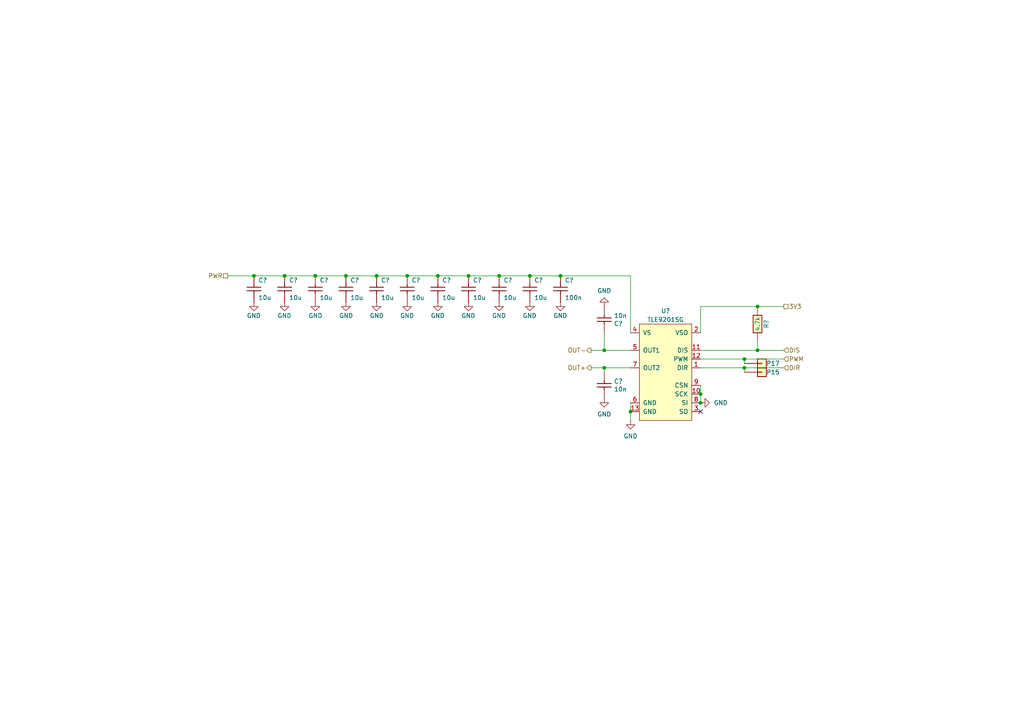
<source format=kicad_sch>
(kicad_sch (version 20250114) (generator "eeschema") (generator_version "9.0")
  (paper "A4")
  (title_block (title "UA4EFI") (date "2025-04-30") (rev "A"))
  (lib_symbols
    (symbol "chips:TLE9201SG" (pin_names (offset 1.016))
      (property "Reference" "U" (at -1.27 3.81 0))
      (property "Value" "TLE9201SG" (at 2.54 1.27 0))
      (symbol "TLE9201SG_0_1"
        (rectangle (start -2.54 0) (end 12.7 -27.94) (fill (type background)))
      )
      (symbol "TLE9201SG_1_1"
        (pin passive line (at -5.08 -2.54 0) (length 2.54) (name "VSO") (number "2"))
        (pin passive line (at -5.08 -7.62 0) (length 2.54) (name "DIS") (number "11"))
        (pin passive line (at -5.08 -10.16 0) (length 2.54) (name "PWM") (number "12"))
        (pin passive line (at -5.08 -12.7 0) (length 2.54) (name "DIR") (number "1"))
        (pin passive line (at -5.08 -17.78 0) (length 2.54) (name "CSN") (number "9"))
        (pin passive line (at -5.08 -20.32 0) (length 2.54) (name "SCK") (number "10"))
        (pin passive line (at -5.08 -22.86 0) (length 2.54) (name "SI") (number "8"))
        (pin passive line (at -5.08 -25.4 0) (length 2.54) (name "SO") (number "3"))
        (pin passive line (at 15.24 -2.54 180) (length 2.54) (name "VS") (number "4"))
        (pin passive line (at 15.24 -7.62 180) (length 2.54) (name "OUT1") (number "5"))
        (pin passive line (at 15.24 -12.7 180) (length 2.54) (name "OUT2") (number "7"))
        (pin passive line (at 15.24 -22.86 180) (length 2.54) (name "GND") (number "6"))
        (pin passive line (at 15.24 -25.4 180) (length 2.54) (name "GND") (number "13"))
      )
    )
    (symbol "hellen-one-common:Cap" (pin_numbers (hide yes))
      (property "Reference" "C" (at -3.81 2.54 0))
      (property "Value" "Cap" (at -2.54 -1.27 0))
      (symbol "Cap_1_0"
        (polyline (pts (xy -1.27 0) (xy -0.508 0)) (stroke (width 0.254)))
        (polyline (pts (xy -0.508 -2.032) (xy -0.508 2.032)) (stroke (width 0.254)))
        (polyline (pts (xy 0.508 2.032) (xy 0.508 -2.032)) (stroke (width 0.254)))
        (polyline (pts (xy 1.27 0) (xy 0.508 0)) (stroke (width 0.254)))
        (pin passive line (at -3.81 0 0) (length 2.54) (name "") (number "1"))
        (pin passive line (at 3.81 0 180) (length 2.54) (name "") (number "2"))
      )
    )
    (symbol "hellen-one-common:Pad" (pin_numbers (hide yes)) (pin_names (offset 1.016) (hide yes))
      (property "Reference" "P" (at 2.54 0 0))
      (symbol "Pad_1_1"
        (rectangle (start -1.27 1.27) (end 1.27 -1.27) (stroke (width 0.254)) (fill (type background)))
        (rectangle (start -1.27 0.127) (end 0 -0.127) (stroke (width 0.1524)))
        (pin passive line (at -5.08 0 0) (length 3.81) (name "Pin_1") (number "1"))
      )
    )
    (symbol "hellen-one-common:Res" (pin_numbers (hide yes))
      (property "Reference" "R" (at 3.81 2.54 0))
      (property "Value" "Res" (at 5.08 -2.54 0))
      (symbol "Res_1_0"
        (rectangle (start 2.54 -1.27) (end 7.62 1.27) (stroke (width 0.254)) (fill (type background)))
        (pin passive line (at 0 0 0) (length 2.54) (name "") (number "1"))
        (pin passive line (at 10.16 0 180) (length 2.54) (name "") (number "2"))
      )
    )
    (symbol "power:GND" (power) (pin_numbers (hide yes)) (pin_names (offset 0) (hide yes))
      (property "Value" "GND" (at 0 -3.81 0))
      (symbol "GND_0_1"
        (polyline (pts (xy 0 0) (xy 0 -1.27) (xy 1.27 -1.27) (xy 0 -2.54) (xy -1.27 -1.27) (xy 0 -1.27)))
      )
      (symbol "GND_1_1"
        (pin power_in line (at 0 0 270) (length 0) (name "~") (number "1"))
      )
    )
  )
  (junction (at 144.78 80.01))
  (junction (at 91.44 80.01))
  (junction (at 219.71 88.9))
  (junction (at 127 80.01))
  (junction (at 135.89 80.01))
  (junction (at 215.9 106.68))
  (junction (at 215.9 104.14))
  (junction (at 203.2 116.84))
  (junction (at 175.26 101.6))
  (junction (at 203.2 114.3))
  (junction (at 175.26 106.68))
  (junction (at 109.22 80.01))
  (junction (at 219.71 101.6))
  (junction (at 118.11 80.01))
  (junction (at 182.88 119.38))
  (junction (at 162.56 80.01))
  (junction (at 73.66 80.01))
  (junction (at 153.67 80.01))
  (junction (at 82.55 80.01))
  (junction (at 100.33 80.01))
  (no_connect (at 203.2 119.38))
  (wire (pts (xy 175.26 101.6) (xy 171.45 101.6)))
  (wire (pts (xy 203.2 106.68) (xy 215.9 106.68)))
  (wire (pts (xy 153.67 80.01) (xy 162.56 80.01)))
  (wire (pts (xy 215.9 104.14) (xy 215.9 105.41)))
  (wire (pts (xy 203.2 114.3) (xy 203.2 111.76)))
  (wire (pts (xy 203.2 101.6) (xy 219.71 101.6)))
  (wire (pts (xy 127 80.01) (xy 135.89 80.01)))
  (wire (pts (xy 203.2 104.14) (xy 215.9 104.14)))
  (wire (pts (xy 91.44 80.01) (xy 100.33 80.01)))
  (wire (pts (xy 215.9 104.14) (xy 227.33 104.14)))
  (wire (pts (xy 215.9 106.68) (xy 227.33 106.68)))
  (wire (pts (xy 175.26 106.68) (xy 182.88 106.68)))
  (wire (pts (xy 171.45 106.68) (xy 175.26 106.68)))
  (wire (pts (xy 182.88 101.6) (xy 175.26 101.6)))
  (wire (pts (xy 219.71 88.9) (xy 227.33 88.9)))
  (wire (pts (xy 144.78 80.01) (xy 153.67 80.01)))
  (wire (pts (xy 182.88 116.84) (xy 182.88 119.38)))
  (wire (pts (xy 203.2 96.52) (xy 203.2 88.9)))
  (wire (pts (xy 182.88 119.38) (xy 182.88 121.92)))
  (wire (pts (xy 219.71 99.06) (xy 219.71 101.6)))
  (wire (pts (xy 82.55 80.01) (xy 91.44 80.01)))
  (wire (pts (xy 109.22 80.01) (xy 118.11 80.01)))
  (wire (pts (xy 73.66 80.01) (xy 82.55 80.01)))
  (wire (pts (xy 118.11 80.01) (xy 127 80.01)))
  (wire (pts (xy 175.26 101.6) (xy 175.26 96.52)))
  (wire (pts (xy 175.26 106.68) (xy 175.26 107.95)))
  (wire (pts (xy 203.2 116.84) (xy 203.2 114.3)))
  (wire (pts (xy 135.89 80.01) (xy 144.78 80.01)))
  (wire (pts (xy 203.2 88.9) (xy 219.71 88.9)))
  (wire (pts (xy 66.04 80.01) (xy 73.66 80.01)))
  (wire (pts (xy 219.71 101.6) (xy 227.33 101.6)))
  (wire (pts (xy 162.56 80.01) (xy 182.88 80.01)))
  (wire (pts (xy 182.88 80.01) (xy 182.88 96.52)))
  (wire (pts (xy 215.9 106.68) (xy 215.9 107.95)))
  (wire (pts (xy 100.33 80.01) (xy 109.22 80.01)))
  (hierarchical_label "3V3" (shape passive) (at 227.33 88.9 0))
  (hierarchical_label "OUT-" (shape output) (at 171.45 101.6 180))
  (hierarchical_label "DIS" (shape input) (at 227.33 101.6 0))
  (hierarchical_label "DIR" (shape input) (at 227.33 106.68 0))
  (hierarchical_label "PWM" (shape input) (at 227.33 104.14 0))
  (hierarchical_label "PWR" (shape passive) (at 66.04 80.01 180))
  (hierarchical_label "OUT+" (shape output) (at 171.45 106.68 180))
  (symbol (lib_id "hellen-one-common:Cap") (at 144.78 83.82 90) (unit 1)
    (property "Reference" "C9" (at 146.05 81.28 90) (effects (justify right)))
    (property "Value" "10u" (at 146.05 86.36 90) (effects (justify right)))
    (property "Footprint" "hellen-one-common:C0805" (effects (hide yes)))
    (property "LCSC" "C15850" (effects (hide yes)))
    (instances (project "hellen-112-17" (path "" (reference "C?") (unit 1))) (project "uaefi" (path "" (reference "C9") (unit 1)) (path "" (reference "C22") (unit 1))))
  )
  (symbol (lib_id "power:GND") (at 118.11 87.63 0) (mirror y) (unit 1)
    (property "Reference" "#PWR057" (effects (hide yes)))
    (property "Value" "GND" (at 118.0592 91.5734 0))
    (property "Description" "Power symbol creates a global label with name \"GND\" , ground" (effects (hide yes)))
    (instances (project "hellen-112-17" (path "" (reference "#PWR?") (unit 1)) (path "" (reference "#PWR?") (unit 1))) (project "uaefi" (path "" (reference "#PWR057") (unit 1)) (path "" (reference "#PWR080") (unit 1))))
  )
  (symbol (lib_id "power:GND") (at 203.2 116.84 90) (mirror x) (unit 1)
    (property "Reference" "#PWR066" (effects (hide yes)))
    (property "Value" "GND" (at 207.01 116.8399 90) (effects (justify right)))
    (property "Description" "Power symbol creates a global label with name \"GND\" , ground" (effects (hide yes)))
    (instances (project "uaefi" (path "" (reference "#PWR066") (unit 1)) (path "" (reference "#PWR089") (unit 1))))
  )
  (symbol (lib_id "hellen-one-common:Cap") (at 118.11 83.82 90) (unit 1)
    (property "Reference" "C6" (at 119.38 81.28 90) (effects (justify right)))
    (property "Value" "10u" (at 119.38 86.36 90) (effects (justify right)))
    (property "Footprint" "hellen-one-common:C0805" (effects (hide yes)))
    (property "LCSC" "C15850" (effects (hide yes)))
    (instances (project "hellen-112-17" (path "" (reference "C?") (unit 1))) (project "uaefi" (path "" (reference "C6") (unit 1)) (path "" (reference "C19") (unit 1))))
  )
  (symbol (lib_id "hellen-one-common:Cap") (at 109.22 83.82 90) (unit 1)
    (property "Reference" "C5" (at 110.49 81.28 90) (effects (justify right)))
    (property "Value" "10u" (at 110.49 86.36 90) (effects (justify right)))
    (property "Footprint" "hellen-one-common:C0805" (effects (hide yes)))
    (property "LCSC" "C15850" (effects (hide yes)))
    (instances (project "hellen-112-17" (path "" (reference "C?") (unit 1))) (project "uaefi" (path "" (reference "C5") (unit 1)) (path "" (reference "C18") (unit 1))))
  )
  (symbol (lib_id "power:GND") (at 144.78 87.63 0) (mirror y) (unit 1)
    (property "Reference" "#PWR060" (effects (hide yes)))
    (property "Value" "GND" (at 144.7292 91.5734 0))
    (property "Description" "Power symbol creates a global label with name \"GND\" , ground" (effects (hide yes)))
    (instances (project "hellen-112-17" (path "" (reference "#PWR?") (unit 1)) (path "" (reference "#PWR?") (unit 1))) (project "uaefi" (path "" (reference "#PWR060") (unit 1)) (path "" (reference "#PWR083") (unit 1))))
  )
  (symbol (lib_id "power:GND") (at 91.44 87.63 0) (unit 1)
    (property "Reference" "#PWR054" (effects (hide yes)))
    (property "Value" "GND" (at 91.4908 91.5734 0))
    (property "Description" "Power symbol creates a global label with name \"GND\" , ground" (effects (hide yes)))
    (instances (project "hellen-112-17" (path "" (reference "#PWR?") (unit 1)) (path "" (reference "#PWR?") (unit 1))) (project "uaefi" (path "" (reference "#PWR054") (unit 1)) (path "" (reference "#PWR077") (unit 1))))
  )
  (symbol (lib_id "hellen-one-common:Res") (at 219.71 99.06 90) (unit 1)
    (property "Reference" "R9" (at 222.25 93.98 0))
    (property "Value" "4.7k" (at 219.71 93.98 0))
    (property "Footprint" "hellen-one-common:R0603" (effects (hide yes)))
    (property "LCSC" "C23162" (effects (hide yes)))
    (instances (project "hellen-112-17" (path "" (reference "R?") (unit 1)) (path "" (reference "R?") (unit 1))) (project "uaefi" (path "" (reference "R9") (unit 1)) (path "" (reference "R14") (unit 1))))
  )
  (symbol (lib_id "power:GND") (at 127 87.63 0) (mirror y) (unit 1)
    (property "Reference" "#PWR058" (effects (hide yes)))
    (property "Value" "GND" (at 126.9492 91.5734 0))
    (property "Description" "Power symbol creates a global label with name \"GND\" , ground" (effects (hide yes)))
    (instances (project "hellen-112-17" (path "" (reference "#PWR?") (unit 1)) (path "" (reference "#PWR?") (unit 1))) (project "uaefi" (path "" (reference "#PWR058") (unit 1)) (path "" (reference "#PWR081") (unit 1))))
  )
  (symbol (lib_id "hellen-one-common:Cap") (at 91.44 83.82 90) (unit 1)
    (property "Reference" "C3" (at 92.71 81.28 90) (effects (justify right)))
    (property "Value" "10u" (at 92.71 86.36 90) (effects (justify right)))
    (property "Footprint" "hellen-one-common:C0805" (effects (hide yes)))
    (property "LCSC" "C15850" (effects (hide yes)))
    (instances (project "hellen-112-17" (path "" (reference "C?") (unit 1))) (project "uaefi" (path "" (reference "C3") (unit 1)) (path "" (reference "C16") (unit 1))))
  )
  (symbol (lib_id "power:GND") (at 100.33 87.63 0) (unit 1)
    (property "Reference" "#PWR055" (effects (hide yes)))
    (property "Value" "GND" (at 100.3808 91.5734 0))
    (property "Description" "Power symbol creates a global label with name \"GND\" , ground" (effects (hide yes)))
    (instances (project "hellen-112-17" (path "" (reference "#PWR?") (unit 1)) (path "" (reference "#PWR?") (unit 1))) (project "uaefi" (path "" (reference "#PWR055") (unit 1)) (path "" (reference "#PWR078") (unit 1))))
  )
  (symbol (lib_id "power:GND") (at 153.67 87.63 0) (mirror y) (unit 1)
    (property "Reference" "#PWR061" (effects (hide yes)))
    (property "Value" "GND" (at 153.6192 91.5734 0))
    (property "Description" "Power symbol creates a global label with name \"GND\" , ground" (effects (hide yes)))
    (instances (project "hellen-112-17" (path "" (reference "#PWR?") (unit 1)) (path "" (reference "#PWR?") (unit 1))) (project "uaefi" (path "" (reference "#PWR061") (unit 1)) (path "" (reference "#PWR084") (unit 1))))
  )
  (symbol (lib_id "hellen-one-common:Cap") (at 100.33 83.82 90) (unit 1)
    (property "Reference" "C4" (at 101.6 81.28 90) (effects (justify right)))
    (property "Value" "10u" (at 101.6 86.36 90) (effects (justify right)))
    (property "Footprint" "hellen-one-common:C0805" (effects (hide yes)))
    (property "LCSC" "C15850" (effects (hide yes)))
    (instances (project "hellen-112-17" (path "" (reference "C?") (unit 1))) (project "uaefi" (path "" (reference "C4") (unit 1)) (path "" (reference "C17") (unit 1))))
  )
  (symbol (lib_id "power:GND") (at 109.22 87.63 0) (unit 1)
    (property "Reference" "#PWR056" (effects (hide yes)))
    (property "Value" "GND" (at 109.2708 91.5734 0))
    (property "Description" "Power symbol creates a global label with name \"GND\" , ground" (effects (hide yes)))
    (instances (project "hellen-112-17" (path "" (reference "#PWR?") (unit 1)) (path "" (reference "#PWR?") (unit 1))) (project "uaefi" (path "" (reference "#PWR056") (unit 1)) (path "" (reference "#PWR079") (unit 1))))
  )
  (symbol (lib_id "power:GND") (at 73.66 87.63 0) (mirror y) (unit 1)
    (property "Reference" "#PWR052" (effects (hide yes)))
    (property "Value" "GND" (at 73.6092 91.5734 0))
    (property "Description" "Power symbol creates a global label with name \"GND\" , ground" (effects (hide yes)))
    (instances (project "hellen-112-17" (path "" (reference "#PWR?") (unit 1)) (path "" (reference "#PWR?") (unit 1))) (project "uaefi" (path "" (reference "#PWR052") (unit 1)) (path "" (reference "#PWR075") (unit 1))))
  )
  (symbol (lib_id "chips:TLE9201SG") (at 198.12 93.98 0) (mirror y) (unit 1)
    (property "Reference" "U1" (at 193.04 90.17 0))
    (property "Value" "TLE9201SG" (at 193.04 92.71 0))
    (property "Footprint" "Package_SO:Infineon_PG-DSO-12-11" (effects (hide yes)))
    (property "LCSC" "C112633" (effects (hide yes)))
    (instances (project "hellen-112-17" (path "" (reference "U?") (unit 1))) (project "uaefi" (path "" (reference "U1") (unit 1)) (path "" (reference "U2") (unit 1))))
  )
  (symbol (lib_id "hellen-one-common:Cap") (at 73.66 83.82 90) (unit 1)
    (property "Reference" "C1" (at 74.93 81.28 90) (effects (justify right)))
    (property "Value" "10u" (at 74.93 86.36 90) (effects (justify right)))
    (property "Footprint" "hellen-one-common:C0805" (effects (hide yes)))
    (property "LCSC" "C15850" (effects (hide yes)))
    (instances (project "hellen-112-17" (path "" (reference "C?") (unit 1))) (project "uaefi" (path "" (reference "C1") (unit 1)) (path "" (reference "C14") (unit 1))))
  )
  (symbol (lib_id "hellen-one-common:Cap") (at 162.56 83.82 90) (unit 1)
    (property "Reference" "C11" (at 163.83 81.28 90) (effects (justify right)))
    (property "Value" "100n" (at 163.83 86.36 90) (effects (justify right)))
    (property "Footprint" "hellen-one-common:C0603" (effects (hide yes)))
    (property "LCSC" "C14663" (effects (hide yes)))
    (instances (project "hellen-112-17" (path "" (reference "C?") (unit 1))) (project "uaefi" (path "" (reference "C11") (unit 1)) (path "" (reference "C24") (unit 1))))
  )
  (symbol (lib_id "hellen-one-common:Cap") (at 153.67 83.82 90) (unit 1)
    (property "Reference" "C10" (at 154.94 81.28 90) (effects (justify right)))
    (property "Value" "10u" (at 154.94 86.36 90) (effects (justify right)))
    (property "Footprint" "hellen-one-common:C0805" (effects (hide yes)))
    (property "LCSC" "C15850" (effects (hide yes)))
    (instances (project "hellen-112-17" (path "" (reference "C?") (unit 1))) (project "uaefi" (path "" (reference "C10") (unit 1)) (path "" (reference "C23") (unit 1))))
  )
  (symbol (lib_id "power:GND") (at 175.26 115.57 0) (mirror y) (unit 1)
    (property "Reference" "#PWR064" (effects (hide yes)))
    (property "Value" "GND" (at 175.26 120.1325 0))
    (property "Description" "Power symbol creates a global label with name \"GND\" , ground" (effects (hide yes)))
    (instances (project "hellen-112-17" (path "" (reference "#PWR?") (unit 1)) (path "" (reference "#PWR?") (unit 1))) (project "uaefi" (path "" (reference "#PWR064") (unit 1)) (path "" (reference "#PWR087") (unit 1))))
  )
  (symbol (lib_id "hellen-one-common:Cap") (at 135.89 83.82 90) (unit 1)
    (property "Reference" "C8" (at 137.16 81.28 90) (effects (justify right)))
    (property "Value" "10u" (at 137.16 86.36 90) (effects (justify right)))
    (property "Footprint" "hellen-one-common:C0805" (effects (hide yes)))
    (property "LCSC" "C15850" (effects (hide yes)))
    (instances (project "hellen-112-17" (path "" (reference "C?") (unit 1))) (project "uaefi" (path "" (reference "C8") (unit 1)) (path "" (reference "C21") (unit 1))))
  )
  (symbol (lib_id "hellen-one-common:Pad") (at 220.98 107.95 0) (unit 1)
    (property "Reference" "P15" (at 222.25 107.95 0) (effects (justify left)))
    (property "Value" "Pad" (effects (hide yes)))
    (property "Footprint" "hellen-one-common:PAD-TH" (effects (hide yes)))
    (instances (project "uaefi" (path "" (reference "P15") (unit 1)) (path "" (reference "P16") (unit 1))))
  )
  (symbol (lib_id "hellen-one-common:Cap") (at 127 83.82 90) (unit 1)
    (property "Reference" "C7" (at 128.27 81.28 90) (effects (justify right)))
    (property "Value" "10u" (at 128.27 86.36 90) (effects (justify right)))
    (property "Footprint" "hellen-one-common:C0805" (effects (hide yes)))
    (property "LCSC" "C15850" (effects (hide yes)))
    (instances (project "hellen-112-17" (path "" (reference "C?") (unit 1))) (project "uaefi" (path "" (reference "C7") (unit 1)) (path "" (reference "C20") (unit 1))))
  )
  (symbol (lib_id "power:GND") (at 175.26 88.9 180) (unit 1)
    (property "Reference" "#PWR063" (effects (hide yes)))
    (property "Value" "GND" (at 175.26 84.3375 0))
    (property "Description" "Power symbol creates a global label with name \"GND\" , ground" (effects (hide yes)))
    (instances (project "hellen-112-17" (path "" (reference "#PWR?") (unit 1)) (path "" (reference "#PWR?") (unit 1))) (project "uaefi" (path "" (reference "#PWR063") (unit 1)) (path "" (reference "#PWR086") (unit 1))))
  )
  (symbol (lib_id "power:GND") (at 182.88 121.92 0) (mirror y) (unit 1)
    (property "Reference" "#PWR065" (effects (hide yes)))
    (property "Value" "GND" (at 182.88 126.4825 0))
    (property "Description" "Power symbol creates a global label with name \"GND\" , ground" (effects (hide yes)))
    (instances (project "hellen-112-17" (path "" (reference "#PWR?") (unit 1)) (path "" (reference "#PWR?") (unit 1))) (project "uaefi" (path "" (reference "#PWR065") (unit 1)) (path "" (reference "#PWR088") (unit 1))))
  )
  (symbol (lib_id "power:GND") (at 162.56 87.63 0) (mirror y) (unit 1)
    (property "Reference" "#PWR062" (effects (hide yes)))
    (property "Value" "GND" (at 162.5092 91.5734 0))
    (property "Description" "Power symbol creates a global label with name \"GND\" , ground" (effects (hide yes)))
    (instances (project "hellen-112-17" (path "" (reference "#PWR?") (unit 1)) (path "" (reference "#PWR?") (unit 1))) (project "uaefi" (path "" (reference "#PWR062") (unit 1)) (path "" (reference "#PWR085") (unit 1))))
  )
  (symbol (lib_id "hellen-one-common:Cap") (at 82.55 83.82 90) (unit 1)
    (property "Reference" "C2" (at 83.82 81.28 90) (effects (justify right)))
    (property "Value" "10u" (at 83.82 86.36 90) (effects (justify right)))
    (property "Footprint" "hellen-one-common:C0805" (effects (hide yes)))
    (property "LCSC" "C15850" (effects (hide yes)))
    (instances (project "hellen-112-17" (path "" (reference "C?") (unit 1))) (project "uaefi" (path "" (reference "C2") (unit 1)) (path "" (reference "C15") (unit 1))))
  )
  (symbol (lib_id "power:GND") (at 82.55 87.63 0) (mirror y) (unit 1)
    (property "Reference" "#PWR053" (effects (hide yes)))
    (property "Value" "GND" (at 82.4992 91.5734 0))
    (property "Description" "Power symbol creates a global label with name \"GND\" , ground" (effects (hide yes)))
    (instances (project "hellen-112-17" (path "" (reference "#PWR?") (unit 1)) (path "" (reference "#PWR?") (unit 1))) (project "uaefi" (path "" (reference "#PWR053") (unit 1)) (path "" (reference "#PWR076") (unit 1))))
  )
  (symbol (lib_id "hellen-one-common:Cap") (at 175.26 92.71 90) (mirror x) (unit 1)
    (property "Reference" "C12" (at 178.0541 93.8594 90) (effects (justify right)))
    (property "Value" "10n" (at 178.0541 91.5607 90) (effects (justify right)))
    (property "Footprint" "hellen-one-common:C0603" (effects (hide yes)))
    (property "LCSC" "C57112" (effects (hide yes)))
    (instances (project "hellen-112-17" (path "" (reference "C?") (unit 1)) (path "" (reference "C?") (unit 1))) (project "uaefi" (path "" (reference "C12") (unit 1)) (path "" (reference "C25") (unit 1))))
  )
  (symbol (lib_id "hellen-one-common:Cap") (at 175.26 111.76 90) (unit 1)
    (property "Reference" "C13" (at 178.0541 110.6106 90) (effects (justify right)))
    (property "Value" "10n" (at 178.0541 112.9093 90) (effects (justify right)))
    (property "Footprint" "hellen-one-common:C0603" (effects (hide yes)))
    (property "LCSC" "C57112" (effects (hide yes)))
    (instances (project "hellen-112-17" (path "" (reference "C?") (unit 1)) (path "" (reference "C?") (unit 1))) (project "uaefi" (path "" (reference "C13") (unit 1)) (path "" (reference "C26") (unit 1))))
  )
  (symbol (lib_id "hellen-one-common:Pad") (at 220.98 105.41 0) (unit 1)
    (property "Reference" "P17" (at 222.25 105.41 0) (effects (justify left)))
    (property "Value" "Pad" (effects (hide yes)))
    (property "Footprint" "hellen-one-common:PAD-TH" (effects (hide yes)))
    (instances (project "uaefi" (path "" (reference "P17") (unit 1)) (path "" (reference "P18") (unit 1))))
  )
  (symbol (lib_id "power:GND") (at 135.89 87.63 0) (mirror y) (unit 1)
    (property "Reference" "#PWR059" (effects (hide yes)))
    (property "Value" "GND" (at 135.8392 91.5734 0))
    (property "Description" "Power symbol creates a global label with name \"GND\" , ground" (effects (hide yes)))
    (instances (project "hellen-112-17" (path "" (reference "#PWR?") (unit 1)) (path "" (reference "#PWR?") (unit 1))) (project "uaefi" (path "" (reference "#PWR059") (unit 1)) (path "" (reference "#PWR082") (unit 1))))
  )
)
</source>
